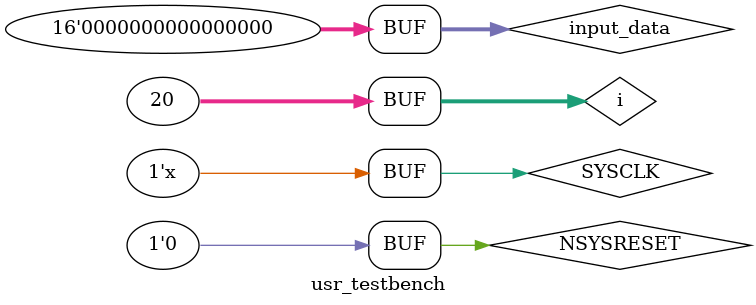
<source format=v>

`timescale 1ns/100ps

module usr_testbench;

parameter SYSCLK_PERIOD = 22; // ~45MHz

reg SYSCLK;
reg NSYSRESET;
integer i;
reg [15:0] input_data;
wire [15:0] output_data;
initial
begin
    SYSCLK = 1'b0;
    NSYSRESET = 1'b1;
    input_data = 16'b0;
end

//////////////////////////////////////////////////////////////////////
// Reset Pulse
//////////////////////////////////////////////////////////////////////
initial
begin
    #(SYSCLK_PERIOD * 10 )
        NSYSRESET = 1'b0;
end


//////////////////////////////////////////////////////////////////////
// 10MHz Clock Driver
//////////////////////////////////////////////////////////////////////
always @(SYSCLK)
    #(SYSCLK_PERIOD / 2.0) SYSCLK <= !SYSCLK;


//////////////////////////////////////////////////////////////////////
// Instantiate Unit Under Test:  top
//////////////////////////////////////////////////////////////////////
peak_detection top_0 (
    // Inputs
    .input_data(input_data),
    .clk(SYSCLK),
    .reset(NSYSRESET),

    // Outputs
    .output_data(output_data)

    // Inouts

);
initial 
begin
    for (i=1; i < 20; i = i + 1)
    begin
        #(SYSCLK_PERIOD * 20)
            input_data = input_data + 1;
    end
    for (i=1; i < 20; i = i + 1)
    begin
        #(SYSCLK_PERIOD * 20)
            input_data = input_data - 1;
    end
	 for (i=1; i < 20; i = i + 1)
    begin
        #(SYSCLK_PERIOD * 20)
            input_data = input_data + 1;
	 end
	 for (i=1; i < 20; i = i + 1)
    begin
        #(SYSCLK_PERIOD * 20)
            input_data = input_data - 1;
	 end

end



endmodule


</source>
